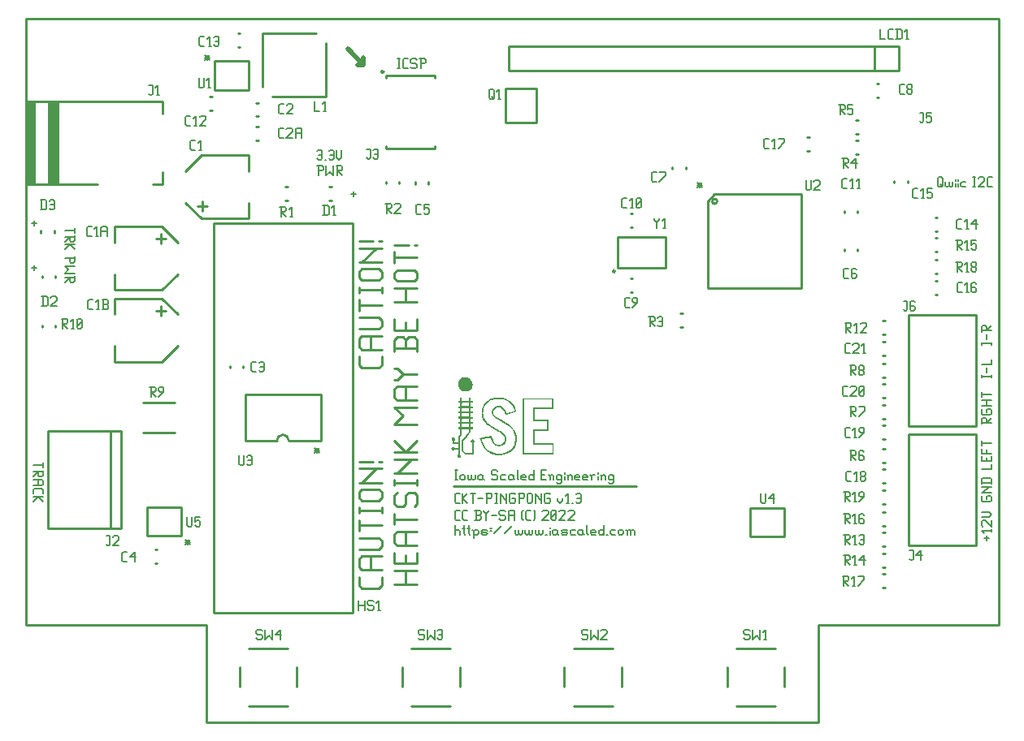
<source format=gbr>
G04 start of page 8 for group -4079 idx -4079 *
G04 Title: (unknown), topsilk *
G04 Creator: pcb 4.0.2 *
G04 CreationDate: Fri Feb  3 04:42:44 2023 UTC *
G04 For: ndholmes *
G04 Format: Gerber/RS-274X *
G04 PCB-Dimensions (mil): 4000.00 2900.00 *
G04 PCB-Coordinate-Origin: lower left *
%MOIN*%
%FSLAX25Y25*%
%LNTOPSILK*%
%ADD80C,0.0093*%
%ADD79C,0.0080*%
%ADD78C,0.0200*%
%ADD77C,0.0100*%
%ADD76C,0.0001*%
G54D76*G36*
X178043Y109209D02*X177647Y109480D01*
X177511Y109925D01*
X177565Y110240D01*
X177761Y110490D01*
X177891Y110604D01*
Y112486D01*
X177218D01*
X176741Y112481D01*
X176545Y112464D01*
X176453Y112340D01*
X176100Y112117D01*
X175672D01*
X175373Y112307D01*
X175189Y112600D01*
X175162Y112931D01*
X175270Y113224D01*
X175487Y113446D01*
X175802Y113566D01*
X176182Y113512D01*
X176491Y113273D01*
X176556Y113175D01*
X177224D01*
X177891Y113170D01*
Y114667D01*
X175558D01*
Y115400D01*
X175553Y116127D01*
X175455Y116197D01*
X175287Y116376D01*
X175178Y116593D01*
X175189Y117027D01*
X175373Y117315D01*
X175661Y117494D01*
X175997Y117526D01*
X176290Y117423D01*
X176513Y117201D01*
X176632Y116881D01*
X176578Y116506D01*
X176339Y116197D01*
X176242Y116127D01*
Y115351D01*
X177891D01*
Y117656D01*
X178357Y118248D01*
X178829Y118839D01*
Y120906D01*
X177918D01*
Y121693D01*
X182302D01*
Y123066D01*
X179486D01*
Y121693D01*
X178829D01*
Y123066D01*
X177918D01*
Y123825D01*
X178819D01*
Y125192D01*
X179502Y125219D01*
X179497Y124557D01*
X179491Y124086D01*
X179502Y123868D01*
X179567Y123858D01*
X179790Y123847D01*
X180224Y123841D01*
X180907Y123836D01*
X182302D01*
Y125219D01*
X179502D01*
X178819Y125192D01*
X177918D01*
Y125952D01*
X178829D01*
X179486Y125979D01*
X182302D01*
Y127352D01*
X179486D01*
Y125979D01*
X178829Y125952D01*
Y127324D01*
X177918D01*
Y128084D01*
X178819D01*
X178829Y129462D01*
X179486Y129505D01*
Y128827D01*
X179491Y128344D01*
X179508Y128127D01*
X179920Y128117D01*
X180907Y128111D01*
X182291D01*
X182296Y128800D01*
Y128816D01*
X182307Y129505D01*
X179486D01*
X178829Y129462D01*
X177918D01*
Y130222D01*
X178819D01*
Y131594D01*
X179502Y131648D01*
X179497Y130992D01*
X179491Y130515D01*
X179502Y130297D01*
X179567Y130287D01*
X179790Y130276D01*
X180224Y130270D01*
X180907Y130265D01*
X182307D01*
X182296Y130959D01*
X182291Y131648D01*
X179502D01*
X178819Y131594D01*
X177918D01*
Y132354D01*
X178829D01*
Y133596D01*
X179486D01*
Y132354D01*
X182302D01*
Y133596D01*
X182991D01*
Y132354D01*
X183902D01*
Y131594D01*
X182991D01*
Y130194D01*
X183902D01*
Y129435D01*
X182991D01*
Y128041D01*
X183902D01*
Y127281D01*
X182991D01*
Y125908D01*
X183902D01*
Y125149D01*
X182991D01*
Y123755D01*
X183902D01*
Y122995D01*
X182991D01*
Y121622D01*
X183902D01*
Y120836D01*
X182991D01*
X182985Y120250D01*
Y119658D01*
X181569Y117868D01*
X180148Y116083D01*
Y112074D01*
X181124Y111097D01*
X183544D01*
Y113219D01*
X183539Y114043D01*
Y114716D01*
X183533Y115172D01*
X183528Y115334D01*
X183403Y115427D01*
X183159Y115893D01*
X183294Y116409D01*
X183870Y116718D01*
X184472Y116447D01*
X184629Y115882D01*
X184331Y115372D01*
X184233Y115302D01*
Y110414D01*
X180842D01*
X179486Y111770D01*
Y116344D01*
X180896Y118123D01*
X182302Y119903D01*
Y120841D01*
X179486D01*
Y118503D01*
X178574Y117353D01*
Y110522D01*
X178640Y110490D01*
X178819Y110321D01*
X178949Y110088D01*
X178916Y109573D01*
X178569Y109193D01*
X178303Y109133D01*
X178043Y109144D01*
Y109209D01*
G37*
G36*
X193885Y110229D02*X192067Y110571D01*
X190483Y111293D01*
X189376Y112171D01*
X188432Y113278D01*
X187570Y114841D01*
X186924Y116696D01*
X186826Y117065D01*
X189246Y117581D01*
X190179Y117781D01*
X190955Y117944D01*
X191481Y118047D01*
X191682Y118080D01*
X191736Y117868D01*
X191785Y117618D01*
X191867Y117282D01*
X192230Y116257D01*
X192745Y115432D01*
X193391Y114824D01*
X194162Y114461D01*
X194400Y114418D01*
X194796Y114401D01*
X195187Y114418D01*
X195442Y114461D01*
X196462Y115047D01*
X197021Y116083D01*
X197075Y116712D01*
X197021Y117309D01*
X197623Y117483D01*
X197661Y116067D01*
X197303Y115117D01*
X196673Y114385D01*
X195816Y113924D01*
X194780Y113756D01*
X193451Y114059D01*
X192382Y114884D01*
X191590Y116127D01*
X191389Y116653D01*
X191243Y117157D01*
X191194Y117326D01*
X191145Y117342D01*
X190993Y117315D01*
X190635Y117239D01*
X190109Y117125D01*
X189479Y116989D01*
X188329Y116745D01*
X187792Y116626D01*
X187629Y116577D01*
Y116544D01*
X187678Y116360D01*
X187803Y115991D01*
X187949Y115584D01*
X188074Y115258D01*
X189072Y113479D01*
X190358Y112150D01*
X191932Y111282D01*
X193803Y110864D01*
X194199Y110853D01*
X194747D01*
X195295Y110869D01*
X195718Y110902D01*
X197048Y111157D01*
X198209Y111591D01*
X199109Y112123D01*
X199863Y112779D01*
X200466Y113560D01*
X200932Y114466D01*
X201160Y115161D01*
X201317Y115947D01*
X201366Y116902D01*
X201317Y117836D01*
X201090Y118823D01*
X200732Y119713D01*
X200211Y120532D01*
X199527Y121313D01*
X198827Y121959D01*
X198019Y122556D01*
X196945Y123217D01*
X195453Y124047D01*
X194308Y124682D01*
X193516Y125160D01*
X192963Y125561D01*
X192534Y125963D01*
X191986Y126749D01*
X191818Y127617D01*
X191964Y128659D01*
X192398Y129473D01*
X193103Y130037D01*
X194058Y130319D01*
X194639Y130336D01*
X195214Y130270D01*
X195984Y129977D01*
X196652Y129451D01*
X197227Y128686D01*
X197721Y127666D01*
X197807Y127466D01*
X197867Y127422D01*
X198030Y127471D01*
X198409Y127574D01*
X198919Y127726D01*
X199505Y127894D01*
X200081Y128062D01*
X200580Y128214D01*
X200938Y128317D01*
X201079Y128361D01*
X201052Y128485D01*
X200965Y128762D01*
X200840Y129104D01*
X200721Y129419D01*
X200043Y130634D01*
X199153Y131638D01*
X198079Y132413D01*
X196825Y132940D01*
X195068Y133243D01*
X193147Y133157D01*
X191400Y132696D01*
X190000Y131860D01*
X189300Y131133D01*
X188758Y130249D01*
X188389Y129223D01*
X188188Y128073D01*
X188161Y127297D01*
X188199Y126587D01*
X188438Y125605D01*
X188877Y124699D01*
X189517Y123858D01*
X190380Y123066D01*
X190922Y122659D01*
X191552Y122246D01*
X192355Y121769D01*
X193440Y121161D01*
X194167Y120760D01*
X194709Y120451D01*
X195133Y120196D01*
X195507Y119957D01*
X196939Y118747D01*
X197623Y117483D01*
X197021Y117309D01*
X196424Y118378D01*
X195165Y119425D01*
X194802Y119658D01*
X194395Y119903D01*
X193879Y120196D01*
X193185Y120575D01*
X191807Y121351D01*
X190792Y121980D01*
X190017Y122545D01*
X189360Y123125D01*
X188611Y123966D01*
X188074Y124850D01*
X187656Y126033D01*
X187526Y127346D01*
X187618Y128632D01*
X187911Y129831D01*
X188671Y131355D01*
X189832Y132538D01*
X191362Y133363D01*
X193234Y133802D01*
X194693Y133884D01*
X196077Y133759D01*
X197352Y133433D01*
X198491Y132907D01*
X199630Y132061D01*
X200569Y130976D01*
X201296Y129674D01*
X201789Y128171D01*
X201849Y127916D01*
X199647Y127276D01*
X198784Y127032D01*
X198079Y126831D01*
X197601Y126701D01*
X197422Y126657D01*
X197346Y126858D01*
X197118Y127460D01*
X196858Y128035D01*
X196098Y129104D01*
X195149Y129636D01*
X194514Y129701D01*
X193863Y129652D01*
X193006Y129180D01*
X192669Y128719D01*
X192485Y128122D01*
X192447Y127639D01*
X192485Y127227D01*
X192832Y126576D01*
X193559Y125908D01*
X193912Y125664D01*
X194351Y125388D01*
X194926Y125062D01*
X195697Y124639D01*
X196565Y124167D01*
X197248Y123782D01*
X197807Y123451D01*
X198285Y123142D01*
X199511Y122214D01*
X200477Y121226D01*
X201204Y120174D01*
X201692Y119034D01*
X201968Y117662D01*
X201974Y116230D01*
X201719Y114830D01*
X201209Y113566D01*
X200412Y112448D01*
X199370Y111537D01*
X198100Y110859D01*
X196635Y110414D01*
X195257Y110240D01*
X193885Y110235D01*
Y110229D01*
G37*
G36*
X204470Y122035D02*X205110Y122040D01*
X205104Y111141D01*
X216530D01*
Y114298D01*
X208756D01*
Y120819D01*
X214441D01*
Y123988D01*
X208756D01*
Y129771D01*
X216216D01*
Y132940D01*
X205121D01*
X205110Y122040D01*
X204470Y122035D01*
Y133564D01*
X216850D01*
Y129153D01*
X209390D01*
Y124633D01*
X215071D01*
Y120223D01*
X209407D01*
X209396Y117591D01*
X209390Y114960D01*
X217154D01*
Y110522D01*
X204470D01*
Y122035D01*
G37*
G36*
X180441Y136282D02*X179556Y136569D01*
X178791Y137128D01*
X178243Y137860D01*
X177956Y138723D01*
X177918Y139363D01*
X177999Y139982D01*
X178309Y140747D01*
X178829Y141398D01*
X179676Y141973D01*
X180647Y142216D01*
X181656Y142129D01*
X182600Y141702D01*
X183153Y141197D01*
X183577Y140579D01*
X183810Y139895D01*
X183880Y139168D01*
X183772Y138441D01*
X183506Y137768D01*
X183099Y137220D01*
X182584Y136775D01*
X181982Y136455D01*
X181331Y136282D01*
X180880Y136260D01*
X180441Y136282D01*
G37*
G54D77*X399500Y40500D02*Y289500D01*
X325500Y500D02*Y40500D01*
X399500D01*
X500Y289500D02*Y40500D01*
X399500Y289500D02*X500D01*
Y40500D02*X74500D01*
G54D78*X139000Y270500D02*Y273500D01*
Y270500D02*X136500D01*
G54D77*X74500Y40500D02*Y500D01*
X325500D01*
X176000Y97500D02*X251000D01*
G54D78*X132500Y277000D02*X139000Y270500D01*
G54D79*X153000Y273000D02*X154000D01*
X153500D02*Y269000D01*
X153000D02*X154000D01*
X155700D02*X157200D01*
X155200Y269500D02*X155700Y269000D01*
X155200Y272500D02*Y269500D01*
Y272500D02*X155700Y273000D01*
X157200D01*
X160400D02*X160900Y272500D01*
X158900Y273000D02*X160400D01*
X158400Y272500D02*X158900Y273000D01*
X158400Y272500D02*Y271500D01*
X158900Y271000D01*
X160400D01*
X160900Y270500D01*
Y269500D01*
X160400Y269000D02*X160900Y269500D01*
X158900Y269000D02*X160400D01*
X158400Y269500D02*X158900Y269000D01*
X162600Y273000D02*Y269000D01*
X162100Y273000D02*X164100D01*
X164600Y272500D01*
Y271500D01*
X164100Y271000D02*X164600Y271500D01*
X162600Y271000D02*X164100D01*
X120000Y235000D02*X120500Y235500D01*
X121500D01*
X122000Y235000D01*
Y232000D01*
X121500Y231500D02*X122000Y232000D01*
X120500Y231500D02*X121500D01*
X120000Y232000D02*X120500Y231500D01*
Y233500D02*X122000D01*
X123200Y231500D02*X123700D01*
X124900Y235000D02*X125400Y235500D01*
X126400D01*
X126900Y235000D01*
Y232000D01*
X126400Y231500D02*X126900Y232000D01*
X125400Y231500D02*X126400D01*
X124900Y232000D02*X125400Y231500D01*
Y233500D02*X126900D01*
X128100Y235500D02*Y232500D01*
X129100Y231500D01*
X130100Y232500D01*
Y235500D02*Y232500D01*
X120500Y229000D02*Y225000D01*
X120000Y229000D02*X122000D01*
X122500Y228500D01*
Y227500D01*
X122000Y227000D02*X122500Y227500D01*
X120500Y227000D02*X122000D01*
X123700Y229000D02*Y225000D01*
X125200Y226500D01*
X126700Y225000D01*
Y229000D02*Y225000D01*
X127900Y229000D02*X129900D01*
X130400Y228500D01*
Y227500D01*
X129900Y227000D02*X130400Y227500D01*
X128400Y227000D02*X129900D01*
X128400Y229000D02*Y225000D01*
Y227000D02*X130400Y225000D01*
X134000Y217500D02*X136000D01*
X135000Y218500D02*Y216500D01*
X74000Y274500D02*X76000Y272500D01*
X74000D02*X76000Y274500D01*
X74000Y273500D02*X76000D01*
X75000Y274500D02*Y272500D01*
X176500Y104000D02*X177500D01*
X177000D02*Y100000D01*
X176500D02*X177500D01*
X178700Y101500D02*Y100500D01*
Y101500D02*X179200Y102000D01*
X180200D01*
X180700Y101500D01*
Y100500D01*
X180200Y100000D02*X180700Y100500D01*
X179200Y100000D02*X180200D01*
X178700Y100500D02*X179200Y100000D01*
X181900Y102000D02*Y100500D01*
X182400Y100000D01*
X182900D01*
X183400Y100500D01*
Y102000D02*Y100500D01*
X183900Y100000D01*
X184400D01*
X184900Y100500D01*
Y102000D02*Y100500D01*
X187600Y102000D02*X188100Y101500D01*
X186600Y102000D02*X187600D01*
X186100Y101500D02*X186600Y102000D01*
X186100Y101500D02*Y100500D01*
X186600Y100000D01*
X188100Y102000D02*Y100500D01*
X188600Y100000D01*
X186600D02*X187600D01*
X188100Y100500D01*
X193600Y104000D02*X194100Y103500D01*
X192100Y104000D02*X193600D01*
X191600Y103500D02*X192100Y104000D01*
X191600Y103500D02*Y102500D01*
X192100Y102000D01*
X193600D01*
X194100Y101500D01*
Y100500D01*
X193600Y100000D02*X194100Y100500D01*
X192100Y100000D02*X193600D01*
X191600Y100500D02*X192100Y100000D01*
X195800Y102000D02*X197300D01*
X195300Y101500D02*X195800Y102000D01*
X195300Y101500D02*Y100500D01*
X195800Y100000D01*
X197300D01*
X200000Y102000D02*X200500Y101500D01*
X199000Y102000D02*X200000D01*
X198500Y101500D02*X199000Y102000D01*
X198500Y101500D02*Y100500D01*
X199000Y100000D01*
X200500Y102000D02*Y100500D01*
X201000Y100000D01*
X199000D02*X200000D01*
X200500Y100500D01*
X202200Y104000D02*Y100500D01*
X202700Y100000D01*
X204200D02*X205700D01*
X203700Y100500D02*X204200Y100000D01*
X203700Y101500D02*Y100500D01*
Y101500D02*X204200Y102000D01*
X205200D01*
X205700Y101500D01*
X203700Y101000D02*X205700D01*
Y101500D02*Y101000D01*
X208900Y104000D02*Y100000D01*
X208400D02*X208900Y100500D01*
X207400Y100000D02*X208400D01*
X206900Y100500D02*X207400Y100000D01*
X206900Y101500D02*Y100500D01*
Y101500D02*X207400Y102000D01*
X208400D01*
X208900Y101500D01*
X211900Y102000D02*X213400D01*
X211900Y100000D02*X213900D01*
X211900Y104000D02*Y100000D01*
Y104000D02*X213900D01*
X215600Y101500D02*Y100000D01*
Y101500D02*X216100Y102000D01*
X216600D01*
X217100Y101500D01*
Y100000D01*
X215100Y102000D02*X215600Y101500D01*
X219800Y102000D02*X220300Y101500D01*
X218800Y102000D02*X219800D01*
X218300Y101500D02*X218800Y102000D01*
X218300Y101500D02*Y100500D01*
X218800Y100000D01*
X219800D01*
X220300Y100500D01*
X218300Y99000D02*X218800Y98500D01*
X219800D01*
X220300Y99000D01*
Y102000D02*Y99000D01*
X221500Y103000D02*Y102500D01*
Y101500D02*Y100000D01*
X223000Y101500D02*Y100000D01*
Y101500D02*X223500Y102000D01*
X224000D01*
X224500Y101500D01*
Y100000D01*
X222500Y102000D02*X223000Y101500D01*
X226200Y100000D02*X227700D01*
X225700Y100500D02*X226200Y100000D01*
X225700Y101500D02*Y100500D01*
Y101500D02*X226200Y102000D01*
X227200D01*
X227700Y101500D01*
X225700Y101000D02*X227700D01*
Y101500D02*Y101000D01*
X229400Y100000D02*X230900D01*
X228900Y100500D02*X229400Y100000D01*
X228900Y101500D02*Y100500D01*
Y101500D02*X229400Y102000D01*
X230400D01*
X230900Y101500D01*
X228900Y101000D02*X230900D01*
Y101500D02*Y101000D01*
X232600Y101500D02*Y100000D01*
Y101500D02*X233100Y102000D01*
X234100D01*
X232100D02*X232600Y101500D01*
X235300Y103000D02*Y102500D01*
Y101500D02*Y100000D01*
X236800Y101500D02*Y100000D01*
Y101500D02*X237300Y102000D01*
X237800D01*
X238300Y101500D01*
Y100000D01*
X236300Y102000D02*X236800Y101500D01*
X241000Y102000D02*X241500Y101500D01*
X240000Y102000D02*X241000D01*
X239500Y101500D02*X240000Y102000D01*
X239500Y101500D02*Y100500D01*
X240000Y100000D01*
X241000D01*
X241500Y100500D01*
X239500Y99000D02*X240000Y98500D01*
X241000D01*
X241500Y99000D01*
Y102000D02*Y99000D01*
X177000Y83500D02*X178500D01*
X176500Y84000D02*X177000Y83500D01*
X176500Y87000D02*Y84000D01*
Y87000D02*X177000Y87500D01*
X178500D01*
X180200Y83500D02*X181700D01*
X179700Y84000D02*X180200Y83500D01*
X179700Y87000D02*Y84000D01*
Y87000D02*X180200Y87500D01*
X181700D01*
X184700Y83500D02*X186700D01*
X187200Y84000D01*
Y85000D02*Y84000D01*
X186700Y85500D02*X187200Y85000D01*
X185200Y85500D02*X186700D01*
X185200Y87500D02*Y83500D01*
X184700Y87500D02*X186700D01*
X187200Y87000D01*
Y86000D01*
X186700Y85500D02*X187200Y86000D01*
X188400Y87500D02*Y87000D01*
X189400Y86000D01*
X190400Y87000D01*
Y87500D02*Y87000D01*
X189400Y86000D02*Y83500D01*
X191600Y85500D02*X193600D01*
X196800Y87500D02*X197300Y87000D01*
X195300Y87500D02*X196800D01*
X194800Y87000D02*X195300Y87500D01*
X194800Y87000D02*Y86000D01*
X195300Y85500D01*
X196800D01*
X197300Y85000D01*
Y84000D01*
X196800Y83500D02*X197300Y84000D01*
X195300Y83500D02*X196800D01*
X194800Y84000D02*X195300Y83500D01*
X198500Y87000D02*Y83500D01*
Y87000D02*X199000Y87500D01*
X200500D01*
X201000Y87000D01*
Y83500D01*
X198500Y85500D02*X201000D01*
X204000Y84000D02*X204500Y83500D01*
X204000Y87000D02*X204500Y87500D01*
X204000Y87000D02*Y84000D01*
X206200Y83500D02*X207700D01*
X205700Y84000D02*X206200Y83500D01*
X205700Y87000D02*Y84000D01*
Y87000D02*X206200Y87500D01*
X207700D01*
X208900D02*X209400Y87000D01*
Y84000D01*
X208900Y83500D02*X209400Y84000D01*
X212400Y87000D02*X212900Y87500D01*
X214400D01*
X214900Y87000D01*
Y86000D01*
X212400Y83500D02*X214900Y86000D01*
X212400Y83500D02*X214900D01*
X216100Y84000D02*X216600Y83500D01*
X216100Y87000D02*Y84000D01*
Y87000D02*X216600Y87500D01*
X217600D01*
X218100Y87000D01*
Y84000D01*
X217600Y83500D02*X218100Y84000D01*
X216600Y83500D02*X217600D01*
X216100Y84500D02*X218100Y86500D01*
X219300Y87000D02*X219800Y87500D01*
X221300D01*
X221800Y87000D01*
Y86000D01*
X219300Y83500D02*X221800Y86000D01*
X219300Y83500D02*X221800D01*
X223000Y87000D02*X223500Y87500D01*
X225000D01*
X225500Y87000D01*
Y86000D01*
X223000Y83500D02*X225500Y86000D01*
X223000Y83500D02*X225500D01*
G54D80*X146600Y60140D02*Y56660D01*
X145440Y55500D02*X146600Y56660D01*
X138480Y55500D02*X145440D01*
X138480D02*X137320Y56660D01*
Y60140D02*Y56660D01*
X138480Y62924D02*X146600D01*
X138480D02*X137320Y64084D01*
Y67564D02*Y64084D01*
Y67564D02*X138480Y68724D01*
X146600D01*
X141960D02*Y62924D01*
X137320Y71508D02*X145440D01*
X146600Y72668D01*
Y74988D02*Y72668D01*
Y74988D02*X145440Y76148D01*
X137320D02*X145440D01*
X137320Y83572D02*Y78932D01*
Y81252D02*X146600D01*
X137320Y88676D02*Y86356D01*
Y87516D02*X146600D01*
Y88676D02*Y86356D01*
X138480Y91460D02*X145440D01*
X138480D02*X137320Y92620D01*
Y94940D02*Y92620D01*
Y94940D02*X138480Y96100D01*
X145440D01*
X146600Y94940D02*X145440Y96100D01*
X146600Y94940D02*Y92620D01*
X145440Y91460D02*X146600Y92620D01*
X137320Y98884D02*X146600D01*
X137320D02*X138480D01*
X144280Y104684D01*
X137320D02*X146600D01*
X145440Y107468D02*X146600D01*
X137320D02*X143120D01*
G54D79*X177000Y90500D02*X178500D01*
X176500Y91000D02*X177000Y90500D01*
X176500Y94000D02*Y91000D01*
Y94000D02*X177000Y94500D01*
X178500D01*
X179700D02*Y90500D01*
Y92500D02*X181700Y94500D01*
X179700Y92500D02*X181700Y90500D01*
X182900Y94500D02*X184900D01*
X183900D02*Y90500D01*
X186100Y92500D02*X188100D01*
X189800Y94500D02*Y90500D01*
X189300Y94500D02*X191300D01*
X191800Y94000D01*
Y93000D01*
X191300Y92500D02*X191800Y93000D01*
X189800Y92500D02*X191300D01*
X193000Y94500D02*X194000D01*
X193500D02*Y90500D01*
X193000D02*X194000D01*
X195200Y94500D02*Y90500D01*
Y94500D02*Y94000D01*
X197700Y91500D01*
Y94500D02*Y90500D01*
X200900Y94500D02*X201400Y94000D01*
X199400Y94500D02*X200900D01*
X198900Y94000D02*X199400Y94500D01*
X198900Y94000D02*Y91000D01*
X199400Y90500D01*
X200900D01*
X201400Y91000D01*
Y92000D02*Y91000D01*
X200900Y92500D02*X201400Y92000D01*
X199900Y92500D02*X200900D01*
X203100Y94500D02*Y90500D01*
X202600Y94500D02*X204600D01*
X205100Y94000D01*
Y93000D01*
X204600Y92500D02*X205100Y93000D01*
X203100Y92500D02*X204600D01*
X206300Y94000D02*Y91000D01*
Y94000D02*X206800Y94500D01*
X207800D01*
X208300Y94000D01*
Y91000D01*
X207800Y90500D02*X208300Y91000D01*
X206800Y90500D02*X207800D01*
X206300Y91000D02*X206800Y90500D01*
X209500Y94500D02*Y90500D01*
Y94500D02*Y94000D01*
X212000Y91500D01*
Y94500D02*Y90500D01*
X215200Y94500D02*X215700Y94000D01*
X213700Y94500D02*X215200D01*
X213200Y94000D02*X213700Y94500D01*
X213200Y94000D02*Y91000D01*
X213700Y90500D01*
X215200D01*
X215700Y91000D01*
Y92000D02*Y91000D01*
X215200Y92500D02*X215700Y92000D01*
X214200Y92500D02*X215200D01*
X218700D02*Y91500D01*
X219700Y90500D01*
X220700Y91500D01*
Y92500D02*Y91500D01*
X222400Y90500D02*X223400D01*
X222900Y94500D02*Y90500D01*
X221900Y93500D02*X222900Y94500D01*
X224600Y90500D02*X225100D01*
X226300Y94000D02*X226800Y94500D01*
X227800D01*
X228300Y94000D01*
Y91000D01*
X227800Y90500D02*X228300Y91000D01*
X226800Y90500D02*X227800D01*
X226300Y91000D02*X226800Y90500D01*
Y92500D02*X228300D01*
X7500Y107000D02*Y105000D01*
X3500Y106000D02*X7500D01*
Y103800D02*Y101800D01*
X7000Y101300D01*
X6000D02*X7000D01*
X5500Y101800D02*X6000Y101300D01*
X5500Y103300D02*Y101800D01*
X3500Y103300D02*X7500D01*
X5500D02*X3500Y101300D01*
Y100100D02*X7000D01*
X7500Y99600D01*
Y98100D01*
X7000Y97600D01*
X3500D02*X7000D01*
X5500Y100100D02*Y97600D01*
X3500Y95900D02*Y94400D01*
X4000Y96400D02*X3500Y95900D01*
X4000Y96400D02*X7000D01*
X7500Y95900D01*
Y94400D01*
X3500Y93200D02*X7500D01*
X5500D02*X7500Y91200D01*
X5500Y93200D02*X3500Y91200D01*
X119000Y113000D02*X121000Y111000D01*
X119000D02*X121000Y113000D01*
X119000Y112000D02*X121000D01*
X120000Y113000D02*Y111000D01*
G54D80*X146600Y150640D02*Y147160D01*
X145440Y146000D02*X146600Y147160D01*
X138480Y146000D02*X145440D01*
X138480D02*X137320Y147160D01*
Y150640D02*Y147160D01*
X138480Y153424D02*X146600D01*
X138480D02*X137320Y154584D01*
Y158064D02*Y154584D01*
Y158064D02*X138480Y159224D01*
X146600D01*
X141960D02*Y153424D01*
X137320Y162008D02*X145440D01*
X146600Y163168D01*
Y165488D02*Y163168D01*
Y165488D02*X145440Y166648D01*
X137320D02*X145440D01*
X137320Y174072D02*Y169432D01*
Y171752D02*X146600D01*
X137320Y179176D02*Y176856D01*
Y178016D02*X146600D01*
Y179176D02*Y176856D01*
X138480Y181960D02*X145440D01*
X138480D02*X137320Y183120D01*
Y185440D02*Y183120D01*
Y185440D02*X138480Y186600D01*
X145440D01*
X146600Y185440D02*X145440Y186600D01*
X146600Y185440D02*Y183120D01*
X145440Y181960D02*X146600Y183120D01*
X137320Y189384D02*X146600D01*
X137320D02*X138480D01*
X144280Y195184D01*
X137320D02*X146600D01*
X145440Y197968D02*X146600D01*
X137320D02*X143120D01*
G54D79*X3000Y187000D02*X5000D01*
X4000Y188000D02*Y186000D01*
X66000Y75500D02*X68000Y73500D01*
X66000D02*X68000Y75500D01*
X66000Y74500D02*X68000D01*
X67000Y75500D02*Y73500D01*
G54D80*X151820Y57000D02*X161100D01*
X151820Y62800D02*X161100D01*
X156460D02*Y57000D01*
Y69064D02*Y65584D01*
X161100Y70224D02*Y65584D01*
X151820D02*X161100D01*
X151820Y70224D02*Y65584D01*
X152980Y73008D02*X161100D01*
X152980D02*X151820Y74168D01*
Y77648D02*Y74168D01*
Y77648D02*X152980Y78808D01*
X161100D01*
X156460D02*Y73008D01*
X151820Y86232D02*Y81592D01*
Y83912D02*X161100D01*
X151820Y93656D02*X152980Y94816D01*
X151820Y93656D02*Y90176D01*
X152980Y89016D02*X151820Y90176D01*
X152980Y89016D02*X155300D01*
X156460Y90176D01*
Y93656D02*Y90176D01*
Y93656D02*X157620Y94816D01*
X159940D01*
X161100Y93656D02*X159940Y94816D01*
X161100Y93656D02*Y90176D01*
X159940Y89016D02*X161100Y90176D01*
X151820Y99920D02*Y97600D01*
Y98760D02*X161100D01*
Y99920D02*Y97600D01*
X151820Y102704D02*X161100D01*
X151820D02*X152980D01*
X158780Y108504D01*
X151820D02*X161100D01*
X151820Y111288D02*X161100D01*
X156460D02*X151820Y115928D01*
X156460Y111288D02*X161100Y115928D01*
X151820Y122888D02*X161100D01*
X151820D02*X155300Y126368D01*
X151820Y129848D01*
X161100D01*
X152980Y132632D02*X161100D01*
X152980D02*X151820Y133792D01*
Y137272D02*Y133792D01*
Y137272D02*X152980Y138432D01*
X161100D01*
X156460D02*Y132632D01*
X151820Y141216D02*X152980D01*
X155300Y143536D01*
X152980Y145856D01*
X151820D02*X152980D01*
X155300Y143536D02*X161100D01*
Y157456D02*Y152816D01*
Y157456D02*X159940Y158616D01*
X157620D02*X159940D01*
X156460Y157456D02*X157620Y158616D01*
X156460Y157456D02*Y153976D01*
X151820D02*X161100D01*
X151820Y157456D02*Y152816D01*
Y157456D02*X152980Y158616D01*
X155300D01*
X156460Y157456D02*X155300Y158616D01*
X156460Y164880D02*Y161400D01*
X161100Y166040D02*Y161400D01*
X151820D02*X161100D01*
X151820Y166040D02*Y161400D01*
Y173000D02*X161100D01*
X151820Y178800D02*X161100D01*
X156460D02*Y173000D01*
X152980Y181584D02*X159940D01*
X152980D02*X151820Y182744D01*
Y185064D02*Y182744D01*
Y185064D02*X152980Y186224D01*
X159940D01*
X161100Y185064D02*X159940Y186224D01*
X161100Y185064D02*Y182744D01*
X159940Y181584D02*X161100Y182744D01*
X151820Y193648D02*Y189008D01*
Y191328D02*X161100D01*
X159940Y196432D02*X161100D01*
X151820D02*X157620D01*
G54D79*X20500Y203500D02*Y201500D01*
X16500Y202500D02*X20500D01*
Y200300D02*Y198300D01*
X20000Y197800D01*
X19000D02*X20000D01*
X18500Y198300D02*X19000Y197800D01*
X18500Y199800D02*Y198300D01*
X16500Y199800D02*X20500D01*
X18500D02*X16500Y197800D01*
Y196600D02*X20500D01*
X18500D02*X20500Y194600D01*
X18500Y196600D02*X16500Y194600D01*
Y191100D02*X20500D01*
Y191600D02*Y189600D01*
X20000Y189100D01*
X19000D02*X20000D01*
X18500Y189600D02*X19000Y189100D01*
X18500Y191100D02*Y189600D01*
X16500Y187900D02*X20500D01*
X16500D02*X18000Y186400D01*
X16500Y184900D01*
X20500D01*
Y183700D02*Y181700D01*
X20000Y181200D01*
X19000D02*X20000D01*
X18500Y181700D02*X19000Y181200D01*
X18500Y183200D02*Y181700D01*
X16500Y183200D02*X20500D01*
X18500D02*X16500Y181200D01*
X3000Y205500D02*X5000D01*
X4000Y206500D02*Y204500D01*
X276000Y222000D02*X278000Y220000D01*
X276000D02*X278000Y222000D01*
X276000Y221000D02*X278000D01*
X277000Y222000D02*Y220000D01*
X176500Y81500D02*Y77500D01*
Y79000D02*X177000Y79500D01*
X178000D01*
X178500Y79000D01*
Y77500D01*
X180200Y81500D02*Y78000D01*
X180700Y77500D01*
X179700Y80000D02*X180700D01*
X182200Y81500D02*Y78000D01*
X182700Y77500D01*
X181700Y80000D02*X182700D01*
X184200Y79000D02*Y76000D01*
X183700Y79500D02*X184200Y79000D01*
X184700Y79500D01*
X185700D01*
X186200Y79000D01*
Y78000D01*
X185700Y77500D02*X186200Y78000D01*
X184700Y77500D02*X185700D01*
X184200Y78000D02*X184700Y77500D01*
X187900D02*X189400D01*
X189900Y78000D01*
X189400Y78500D02*X189900Y78000D01*
X187900Y78500D02*X189400D01*
X187400Y79000D02*X187900Y78500D01*
X187400Y79000D02*X187900Y79500D01*
X189400D01*
X189900Y79000D01*
X187400Y78000D02*X187900Y77500D01*
X191100Y80000D02*X191600D01*
X191100Y79000D02*X191600D01*
X192800Y78000D02*X195800Y81000D01*
X197000Y78000D02*X200000Y81000D01*
X201200Y79500D02*Y78000D01*
X201700Y77500D01*
X202200D01*
X202700Y78000D01*
Y79500D02*Y78000D01*
X203200Y77500D01*
X203700D01*
X204200Y78000D01*
Y79500D02*Y78000D01*
X205400Y79500D02*Y78000D01*
X205900Y77500D01*
X206400D01*
X206900Y78000D01*
Y79500D02*Y78000D01*
X207400Y77500D01*
X207900D01*
X208400Y78000D01*
Y79500D02*Y78000D01*
X209600Y79500D02*Y78000D01*
X210100Y77500D01*
X210600D01*
X211100Y78000D01*
Y79500D02*Y78000D01*
X211600Y77500D01*
X212100D01*
X212600Y78000D01*
Y79500D02*Y78000D01*
X213800Y77500D02*X214300D01*
X215500Y80500D02*Y80000D01*
Y79000D02*Y77500D01*
X218000Y79500D02*X218500Y79000D01*
X217000Y79500D02*X218000D01*
X216500Y79000D02*X217000Y79500D01*
X216500Y79000D02*Y78000D01*
X217000Y77500D01*
X218500Y79500D02*Y78000D01*
X219000Y77500D01*
X217000D02*X218000D01*
X218500Y78000D01*
X220700Y77500D02*X222200D01*
X222700Y78000D01*
X222200Y78500D02*X222700Y78000D01*
X220700Y78500D02*X222200D01*
X220200Y79000D02*X220700Y78500D01*
X220200Y79000D02*X220700Y79500D01*
X222200D01*
X222700Y79000D01*
X220200Y78000D02*X220700Y77500D01*
X224400Y79500D02*X225900D01*
X223900Y79000D02*X224400Y79500D01*
X223900Y79000D02*Y78000D01*
X224400Y77500D01*
X225900D01*
X228600Y79500D02*X229100Y79000D01*
X227600Y79500D02*X228600D01*
X227100Y79000D02*X227600Y79500D01*
X227100Y79000D02*Y78000D01*
X227600Y77500D01*
X229100Y79500D02*Y78000D01*
X229600Y77500D01*
X227600D02*X228600D01*
X229100Y78000D01*
X230800Y81500D02*Y78000D01*
X231300Y77500D01*
X232800D02*X234300D01*
X232300Y78000D02*X232800Y77500D01*
X232300Y79000D02*Y78000D01*
Y79000D02*X232800Y79500D01*
X233800D01*
X234300Y79000D01*
X232300Y78500D02*X234300D01*
Y79000D02*Y78500D01*
X237500Y81500D02*Y77500D01*
X237000D02*X237500Y78000D01*
X236000Y77500D02*X237000D01*
X235500Y78000D02*X236000Y77500D01*
X235500Y79000D02*Y78000D01*
Y79000D02*X236000Y79500D01*
X237000D01*
X237500Y79000D01*
X238700Y77500D02*X239200D01*
X240900Y79500D02*X242400D01*
X240400Y79000D02*X240900Y79500D01*
X240400Y79000D02*Y78000D01*
X240900Y77500D01*
X242400D01*
X243600Y79000D02*Y78000D01*
Y79000D02*X244100Y79500D01*
X245100D01*
X245600Y79000D01*
Y78000D01*
X245100Y77500D02*X245600Y78000D01*
X244100Y77500D02*X245100D01*
X243600Y78000D02*X244100Y77500D01*
X247300Y79000D02*Y77500D01*
Y79000D02*X247800Y79500D01*
X248300D01*
X248800Y79000D01*
Y77500D01*
Y79000D02*X249300Y79500D01*
X249800D01*
X250300Y79000D01*
Y77500D01*
X246800Y79500D02*X247300Y79000D01*
X374600Y223800D02*Y220800D01*
Y223800D02*X375100Y224300D01*
X376100D01*
X376600Y223800D01*
Y220800D01*
X376100Y220300D02*X376600Y220800D01*
X375100Y220300D02*X376100D01*
X374600Y220800D02*X375100Y220300D01*
X375600Y221300D02*X376600Y220300D01*
X377800Y222300D02*Y220800D01*
X378300Y220300D01*
X378800D01*
X379300Y220800D01*
Y222300D02*Y220800D01*
X379800Y220300D01*
X380300D01*
X380800Y220800D01*
Y222300D02*Y220800D01*
X382000Y223300D02*Y222800D01*
Y221800D02*Y220300D01*
X383000Y223300D02*Y222800D01*
Y221800D02*Y220300D01*
X384500Y222300D02*X386000D01*
X384000Y221800D02*X384500Y222300D01*
X384000Y221800D02*Y220800D01*
X384500Y220300D01*
X386000D01*
X389000Y224300D02*X390000D01*
X389500D02*Y220300D01*
X389000D02*X390000D01*
X391200Y223800D02*X391700Y224300D01*
X393200D01*
X393700Y223800D01*
Y222800D01*
X391200Y220300D02*X393700Y222800D01*
X391200Y220300D02*X393700D01*
X395400D02*X396900D01*
X394900Y220800D02*X395400Y220300D01*
X394900Y223800D02*Y220800D01*
Y223800D02*X395400Y224300D01*
X396900D01*
X394500Y77000D02*Y75000D01*
X393500Y76000D02*X395500D01*
X396500Y79700D02*Y78700D01*
X392500Y79200D02*X396500D01*
X393500Y78200D02*X392500Y79200D01*
X393000Y80900D02*X392500Y81400D01*
Y82900D02*Y81400D01*
Y82900D02*X393000Y83400D01*
X394000D01*
X396500Y80900D02*X394000Y83400D01*
X396500D02*Y80900D01*
X392500Y84600D02*X395500D01*
X396500Y85600D01*
X395500Y86600D01*
X392500D02*X395500D01*
X392500Y93000D02*X393000Y93500D01*
X392500Y93000D02*Y91500D01*
X393000Y91000D02*X392500Y91500D01*
X393000Y91000D02*X396000D01*
X396500Y91500D01*
Y93000D02*Y91500D01*
Y93000D02*X396000Y93500D01*
X395000D02*X396000D01*
X394500Y93000D02*X395000Y93500D01*
X394500Y93000D02*Y92000D01*
X392500Y94700D02*X396500D01*
X392500D02*X393000D01*
X395500Y97200D01*
X392500D02*X396500D01*
X392500Y98900D02*X396500D01*
X392500Y100400D02*X393000Y100900D01*
X396000D01*
X396500Y100400D02*X396000Y100900D01*
X396500Y100400D02*Y98400D01*
X392500Y100400D02*Y98400D01*
Y104500D02*X396500D01*
Y106500D02*Y104500D01*
X394500Y109200D02*Y107700D01*
X396500Y109700D02*Y107700D01*
X392500D02*X396500D01*
X392500Y109700D02*Y107700D01*
Y110900D02*X396500D01*
X392500Y112900D02*Y110900D01*
X394500Y112400D02*Y110900D01*
X392500Y116100D02*Y114100D01*
Y115100D02*X396500D01*
X392500Y125000D02*Y123000D01*
Y125000D02*X393000Y125500D01*
X394000D01*
X394500Y125000D02*X394000Y125500D01*
X394500Y125000D02*Y123500D01*
X392500D02*X396500D01*
X394500D02*X396500Y125500D01*
X392500Y128700D02*X393000Y129200D01*
X392500Y128700D02*Y127200D01*
X393000Y126700D02*X392500Y127200D01*
X393000Y126700D02*X396000D01*
X396500Y127200D01*
Y128700D02*Y127200D01*
Y128700D02*X396000Y129200D01*
X395000D02*X396000D01*
X394500Y128700D02*X395000Y129200D01*
X394500Y128700D02*Y127700D01*
X392500Y130400D02*X396500D01*
X392500Y132900D02*X396500D01*
X394500D02*Y130400D01*
X392500Y136100D02*Y134100D01*
Y135100D02*X396500D01*
X392500Y143000D02*Y142000D01*
Y142500D02*X396500D01*
Y143000D02*Y142000D01*
X394500Y146200D02*Y144200D01*
X392500Y147400D02*X396500D01*
Y149400D02*Y147400D01*
X392500Y156500D02*Y155500D01*
Y156000D02*X396500D01*
Y156500D02*Y155500D01*
X394500Y159700D02*Y157700D01*
X392500Y162900D02*Y160900D01*
Y162900D02*X393000Y163400D01*
X394000D01*
X394500Y162900D02*X394000Y163400D01*
X394500Y162900D02*Y161400D01*
X392500D02*X396500D01*
X394500D02*X396500Y163400D01*
G54D77*X198500Y278000D02*X358500D01*
X198500D02*Y268000D01*
X358500D01*
Y278000D02*Y268000D01*
X348500Y278000D02*Y268000D01*
X358500D01*
X341107Y247755D02*X341893D01*
X341107Y242245D02*X341893D01*
X148360Y266100D02*X168360D01*
X148360Y236100D02*X168360D01*
Y266100D02*Y265100D01*
Y237100D02*Y236100D01*
X148360Y237100D02*Y236100D01*
Y266100D02*Y265100D01*
X146360Y267600D02*G75*G03X146360Y267600I500J0D01*G01*
X197200Y260800D02*Y246900D01*
X210000D01*
Y260800D01*
X197200D01*
X153755Y222393D02*Y221607D01*
X148245Y222393D02*Y221607D01*
X160245Y222350D02*Y221564D01*
X165755Y222350D02*Y221564D01*
X107064Y220255D02*X107850D01*
X107064Y214745D02*X107850D01*
X125107Y220255D02*X125893D01*
X125107Y214745D02*X125893D01*
X373607Y190255D02*X374393D01*
X373607Y184745D02*X374393D01*
X373607Y199255D02*X374393D01*
X373607Y193745D02*X374393D01*
X89755Y146893D02*Y146107D01*
X84245Y146893D02*Y146107D01*
X269107Y162745D02*X269893D01*
X269107Y168255D02*X269893D01*
X341064Y239255D02*X341850D01*
X341064Y233745D02*X341850D01*
X352107Y156755D02*X352893D01*
X352107Y151245D02*X352893D01*
X352107Y165255D02*X352893D01*
X352107Y159745D02*X352893D01*
X352107Y147755D02*X352893D01*
X352107Y142245D02*X352893D01*
X92126Y7189D02*X107874D01*
X88189Y22937D02*Y15063D01*
X92126Y30811D02*X107874D01*
X111811Y22937D02*Y15063D01*
X158826Y7189D02*X174574D01*
X154889Y22937D02*Y15063D01*
X158826Y30811D02*X174574D01*
X178511Y22937D02*Y15063D01*
X53607Y65745D02*X54393D01*
X53607Y71255D02*X54393D01*
X9700Y120000D02*Y80000D01*
X39700Y120000D02*Y80000D01*
X35300Y120000D02*Y80000D01*
X9700Y120000D02*X39700D01*
X9700Y80000D02*X39700D01*
X50400Y88800D02*X64300D01*
X50400D02*Y77000D01*
X64300D01*
Y88800D02*Y77000D01*
X121500Y135000D02*Y116000D01*
X90500Y135000D02*X121500D01*
X90500D02*Y116000D01*
X108500D02*X121500D01*
X90500D02*X103500D01*
X108500D02*G75*G03X103500Y116000I-2500J0D01*G01*
X77500Y205500D02*Y45500D01*
X134500Y205500D02*Y45500D01*
X77500D02*X134500D01*
X77500Y205500D02*X134500D01*
X48500Y119400D02*X61500D01*
X48500Y131600D02*X61500D01*
X349564Y262755D02*X350350D01*
X349564Y257245D02*X350350D01*
X248607Y203745D02*X249393D01*
X248607Y209255D02*X249393D01*
X248521Y182755D02*X249307D01*
X248521Y177245D02*X249307D01*
X283115Y217285D02*X318785D01*
Y178715D01*
X280215D02*X318785D01*
X280215Y214385D02*Y178715D01*
Y214385D02*X283115Y217285D01*
X282115Y214385D02*G75*G03X282115Y214385I1000J0D01*G01*
X243374Y199771D02*Y187173D01*
Y199771D02*X263060D01*
Y187173D01*
X243374D02*X263060D01*
X241874Y185173D02*G75*G03X241874Y185173I0J500D01*G01*
X336245Y194893D02*Y194107D01*
X341755Y194893D02*Y194107D01*
X390173Y167834D02*Y122165D01*
X362614Y167834D02*X390173D01*
X362614D02*Y122165D01*
X390173D01*
X352107Y130755D02*X352893D01*
X352107Y125245D02*X352893D01*
X265745Y228393D02*Y227607D01*
X271255Y228393D02*Y227607D01*
X321107Y240755D02*X321893D01*
X321107Y235245D02*X321893D01*
X341755Y210393D02*Y209607D01*
X336245Y210393D02*Y209607D01*
X373607Y207755D02*X374393D01*
X373607Y202245D02*X374393D01*
X356745Y222893D02*Y222107D01*
X362255Y222893D02*Y222107D01*
X373607Y181755D02*X374393D01*
X373607Y176245D02*X374393D01*
X91992Y213804D02*Y207308D01*
Y233292D02*Y226796D01*
X72504Y233292D02*X91992D01*
X72504Y207308D02*X91992D01*
X72504Y233292D02*X66008Y226796D01*
X72504Y207308D02*X66008Y213804D01*
X73000Y214300D02*Y210300D01*
X71000Y212300D02*X75000D01*
X95107Y249345D02*X95893D01*
X95107Y254855D02*X95893D01*
X76107Y257255D02*X76893D01*
X76107Y251745D02*X76893D01*
X95107Y239445D02*X95893D01*
X95107Y244955D02*X95893D01*
X30000Y221500D02*X500D01*
Y255500D01*
X56500D01*
Y250500D01*
X52500Y221500D02*X56500D01*
Y226500D01*
X500Y221500D02*Y255500D01*
X1000Y221500D02*Y255500D01*
X1500Y221500D02*Y255500D01*
X2000Y221500D02*Y255500D01*
X2500Y221500D02*Y255500D01*
X3000Y221500D02*Y255500D01*
X3500Y221500D02*Y255500D01*
X4000Y221500D02*Y255500D01*
X13500Y221500D02*Y255500D01*
X13000Y221500D02*Y255500D01*
X12500Y221500D02*Y255500D01*
X12000Y221500D02*Y255500D01*
X11500Y221500D02*Y255500D01*
X11000Y221500D02*Y255500D01*
X10500Y221500D02*Y255500D01*
X10000Y221500D02*Y255500D01*
X6745Y202350D02*Y201564D01*
X12255Y202350D02*Y201564D01*
X37008Y174492D02*Y167996D01*
Y155004D02*Y148508D01*
X56496D01*
X37008Y174492D02*X56496D01*
Y148508D02*X62992Y155004D01*
X56496Y174492D02*X62992Y167996D01*
X56000Y171500D02*Y167500D01*
X54000Y169500D02*X58000D01*
X37008Y203992D02*Y197496D01*
Y184504D02*Y178008D01*
X56496D01*
X37008Y203992D02*X56496D01*
Y178008D02*X62992Y184504D01*
X56496Y203992D02*X62992Y197496D01*
X56000Y201000D02*Y197000D01*
X54000Y199000D02*X58000D01*
X7245Y163393D02*Y162607D01*
X12755Y163393D02*Y162607D01*
X7245Y183893D02*Y183107D01*
X12755Y183893D02*Y183107D01*
X78100Y272000D02*X92000D01*
X78100D02*Y260200D01*
X92000D01*
Y272000D02*Y260200D01*
X97550Y283450D02*Y261450D01*
Y283450D02*X119550D01*
X123550Y279450D02*Y257450D01*
X101550D02*X123550D01*
X87607Y283255D02*X88393D01*
X87607Y277745D02*X88393D01*
X225426Y7189D02*X241174D01*
X221489Y22937D02*Y15063D01*
X225426Y30811D02*X241174D01*
X245111Y22937D02*Y15063D01*
X292126Y7189D02*X307874D01*
X288189Y22937D02*Y15063D01*
X292126Y30811D02*X307874D01*
X311811Y22937D02*Y15063D01*
X352107Y55745D02*X352893D01*
X352107Y61255D02*X352893D01*
X352107Y64245D02*X352893D01*
X352107Y69755D02*X352893D01*
X297600Y76600D02*X311500D01*
Y88400D02*Y76600D01*
X297600Y88400D02*X311500D01*
X297600D02*Y76600D01*
X390173Y118834D02*Y73165D01*
X362614Y118834D02*X390173D01*
X362614D02*Y73165D01*
X390173D01*
X352107Y90245D02*X352893D01*
X352107Y95755D02*X352893D01*
X352107Y81245D02*X352893D01*
X352107Y86755D02*X352893D01*
X352107Y72745D02*X352893D01*
X352107Y78255D02*X352893D01*
X352107Y139255D02*X352893D01*
X352107Y133745D02*X352893D01*
X352107Y122255D02*X352893D01*
X352107Y116745D02*X352893D01*
X352107Y104255D02*X352893D01*
X352107Y98745D02*X352893D01*
X352107Y112755D02*X352893D01*
X352107Y107245D02*X352893D01*
G54D79*X359406Y258418D02*X360906D01*
X358906Y258918D02*X359406Y258418D01*
X358906Y261918D02*Y258918D01*
Y261918D02*X359406Y262418D01*
X360906D01*
X362106Y258918D02*X362606Y258418D01*
X362106Y259918D02*Y258918D01*
Y259918D02*X362606Y260418D01*
X363606D01*
X364106Y259918D01*
Y258918D01*
X363606Y258418D02*X364106Y258918D01*
X362606Y258418D02*X363606D01*
X362106Y260918D02*X362606Y260418D01*
X362106Y261918D02*Y260918D01*
Y261918D02*X362606Y262418D01*
X363606D01*
X364106Y261918D01*
Y260918D01*
X363606Y260418D02*X364106Y260918D01*
X303807Y236150D02*X305307D01*
X303307Y236650D02*X303807Y236150D01*
X303307Y239650D02*Y236650D01*
Y239650D02*X303807Y240150D01*
X305307D01*
X307007Y236150D02*X308007D01*
X307507Y240150D02*Y236150D01*
X306507Y239150D02*X307507Y240150D01*
X309207Y236150D02*X311707Y238650D01*
Y240150D02*Y238650D01*
X309207Y240150D02*X311707D01*
X334000Y254000D02*X336000D01*
X336500Y253500D01*
Y252500D01*
X336000Y252000D02*X336500Y252500D01*
X334500Y252000D02*X336000D01*
X334500Y254000D02*Y250000D01*
Y252000D02*X336500Y250000D01*
X337700Y254000D02*X339700D01*
X337700D02*Y252000D01*
X338200Y252500D01*
X339200D01*
X339700Y252000D01*
Y250500D01*
X339200Y250000D02*X339700Y250500D01*
X338200Y250000D02*X339200D01*
X337700Y250500D02*X338200Y250000D01*
X351000Y285000D02*Y281000D01*
X353000D01*
X354700D02*X356200D01*
X354200Y281500D02*X354700Y281000D01*
X354200Y284500D02*Y281500D01*
Y284500D02*X354700Y285000D01*
X356200D01*
X357900D02*Y281000D01*
X359400Y285000D02*X359900Y284500D01*
Y281500D01*
X359400Y281000D02*X359900Y281500D01*
X357400Y281000D02*X359400D01*
X357400Y285000D02*X359400D01*
X361600Y281000D02*X362600D01*
X362100Y285000D02*Y281000D01*
X361100Y284000D02*X362100Y285000D01*
X245500Y211700D02*X247000D01*
X245000Y212200D02*X245500Y211700D01*
X245000Y215200D02*Y212200D01*
Y215200D02*X245500Y215700D01*
X247000D01*
X248700Y211700D02*X249700D01*
X249200Y215700D02*Y211700D01*
X248200Y214700D02*X249200Y215700D01*
X250900Y212200D02*X251400Y211700D01*
X250900Y215200D02*Y212200D01*
Y215200D02*X251400Y215700D01*
X252400D01*
X252900Y215200D01*
Y212200D01*
X252400Y211700D02*X252900Y212200D01*
X251400Y211700D02*X252400D01*
X250900Y212700D02*X252900Y214700D01*
X257714Y222500D02*X259214D01*
X257214Y223000D02*X257714Y222500D01*
X257214Y226000D02*Y223000D01*
Y226000D02*X257714Y226500D01*
X259214D01*
X260414Y222500D02*X262914Y225000D01*
Y226500D02*Y225000D01*
X260414Y226500D02*X262914D01*
X320500Y223000D02*Y219500D01*
X321000Y219000D01*
X322000D01*
X322500Y219500D01*
Y223000D02*Y219500D01*
X323700Y222500D02*X324200Y223000D01*
X325700D01*
X326200Y222500D01*
Y221500D01*
X323700Y219000D02*X326200Y221500D01*
X323700Y219000D02*X326200D01*
X335850Y219650D02*X337350D01*
X335350Y220150D02*X335850Y219650D01*
X335350Y223150D02*Y220150D01*
Y223150D02*X335850Y223650D01*
X337350D01*
X339050Y219650D02*X340050D01*
X339550Y223650D02*Y219650D01*
X338550Y222650D02*X339550Y223650D01*
X341750Y219650D02*X342750D01*
X342250Y223650D02*Y219650D01*
X341250Y222650D02*X342250Y223650D01*
X335457Y232000D02*X337457D01*
X337957Y231500D01*
Y230500D01*
X337457Y230000D02*X337957Y230500D01*
X335957Y230000D02*X337457D01*
X335957Y232000D02*Y228000D01*
Y230000D02*X337957Y228000D01*
X339157Y230000D02*X341157Y232000D01*
X339157Y230000D02*X341657D01*
X341157Y232000D02*Y228000D01*
X97000Y38500D02*X97500Y38000D01*
X95500Y38500D02*X97000D01*
X95000Y38000D02*X95500Y38500D01*
X95000Y38000D02*Y37000D01*
X95500Y36500D01*
X97000D01*
X97500Y36000D01*
Y35000D01*
X97000Y34500D02*X97500Y35000D01*
X95500Y34500D02*X97000D01*
X95000Y35000D02*X95500Y34500D01*
X98700Y38500D02*Y34500D01*
X100200Y36000D01*
X101700Y34500D01*
Y38500D02*Y34500D01*
X102900Y36500D02*X104900Y38500D01*
X102900Y36500D02*X105400D01*
X104900Y38500D02*Y34500D01*
X163500Y38500D02*X164000Y38000D01*
X162000Y38500D02*X163500D01*
X161500Y38000D02*X162000Y38500D01*
X161500Y38000D02*Y37000D01*
X162000Y36500D01*
X163500D01*
X164000Y36000D01*
Y35000D01*
X163500Y34500D02*X164000Y35000D01*
X162000Y34500D02*X163500D01*
X161500Y35000D02*X162000Y34500D01*
X165200Y38500D02*Y34500D01*
X166700Y36000D01*
X168200Y34500D01*
Y38500D02*Y34500D01*
X169400Y38000D02*X169900Y38500D01*
X170900D01*
X171400Y38000D01*
Y35000D01*
X170900Y34500D02*X171400Y35000D01*
X169900Y34500D02*X170900D01*
X169400Y35000D02*X169900Y34500D01*
Y36500D02*X171400D01*
X230500Y38500D02*X231000Y38000D01*
X229000Y38500D02*X230500D01*
X228500Y38000D02*X229000Y38500D01*
X228500Y38000D02*Y37000D01*
X229000Y36500D01*
X230500D01*
X231000Y36000D01*
Y35000D01*
X230500Y34500D02*X231000Y35000D01*
X229000Y34500D02*X230500D01*
X228500Y35000D02*X229000Y34500D01*
X232200Y38500D02*Y34500D01*
X233700Y36000D01*
X235200Y34500D01*
Y38500D02*Y34500D01*
X236400Y38000D02*X236900Y38500D01*
X238400D01*
X238900Y38000D01*
Y37000D01*
X236400Y34500D02*X238900Y37000D01*
X236400Y34500D02*X238900D01*
X40500Y66400D02*X42000D01*
X40000Y66900D02*X40500Y66400D01*
X40000Y69900D02*Y66900D01*
Y69900D02*X40500Y70400D01*
X42000D01*
X43200Y68400D02*X45200Y70400D01*
X43200Y68400D02*X45700D01*
X45200Y70400D02*Y66400D01*
X33500Y77000D02*X35000D01*
Y73500D01*
X34500Y73000D02*X35000Y73500D01*
X34000Y73000D02*X34500D01*
X33500Y73500D02*X34000Y73000D01*
X36200Y76500D02*X36700Y77000D01*
X38200D01*
X38700Y76500D01*
Y75500D01*
X36200Y73000D02*X38700Y75500D01*
X36200Y73000D02*X38700D01*
X88000Y110000D02*Y106500D01*
X88500Y106000D01*
X89500D01*
X90000Y106500D01*
Y110000D02*Y106500D01*
X91200Y109500D02*X91700Y110000D01*
X92700D01*
X93200Y109500D01*
Y106500D01*
X92700Y106000D02*X93200Y106500D01*
X91700Y106000D02*X92700D01*
X91200Y106500D02*X91700Y106000D01*
Y108000D02*X93200D01*
X66800Y84900D02*Y81400D01*
X67300Y80900D01*
X68300D01*
X68800Y81400D01*
Y84900D02*Y81400D01*
X70000Y84900D02*X72000D01*
X70000D02*Y82900D01*
X70500Y83400D01*
X71500D01*
X72000Y82900D01*
Y81400D01*
X71500Y80900D02*X72000Y81400D01*
X70500Y80900D02*X71500D01*
X70000Y81400D02*X70500Y80900D01*
X137000Y50500D02*Y46500D01*
X139500Y50500D02*Y46500D01*
X137000Y48500D02*X139500D01*
X142700Y50500D02*X143200Y50000D01*
X141200Y50500D02*X142700D01*
X140700Y50000D02*X141200Y50500D01*
X140700Y50000D02*Y49000D01*
X141200Y48500D01*
X142700D01*
X143200Y48000D01*
Y47000D01*
X142700Y46500D02*X143200Y47000D01*
X141200Y46500D02*X142700D01*
X140700Y47000D02*X141200Y46500D01*
X144900D02*X145900D01*
X145400Y50500D02*Y46500D01*
X144400Y49500D02*X145400Y50500D01*
X382993Y203050D02*X384493D01*
X382493Y203550D02*X382993Y203050D01*
X382493Y206550D02*Y203550D01*
Y206550D02*X382993Y207050D01*
X384493D01*
X386193Y203050D02*X387193D01*
X386693Y207050D02*Y203050D01*
X385693Y206050D02*X386693Y207050D01*
X388393Y205050D02*X390393Y207050D01*
X388393Y205050D02*X390893D01*
X390393Y207050D02*Y203050D01*
X383000Y177000D02*X384500D01*
X382500Y177500D02*X383000Y177000D01*
X382500Y180500D02*Y177500D01*
Y180500D02*X383000Y181000D01*
X384500D01*
X386200Y177000D02*X387200D01*
X386700Y181000D02*Y177000D01*
X385700Y180000D02*X386700Y181000D01*
X389900D02*X390400Y180500D01*
X388900Y181000D02*X389900D01*
X388400Y180500D02*X388900Y181000D01*
X388400Y180500D02*Y177500D01*
X388900Y177000D01*
X389900Y179000D02*X390400Y178500D01*
X388400Y179000D02*X389900D01*
X388900Y177000D02*X389900D01*
X390400Y177500D01*
Y178500D02*Y177500D01*
X336486Y182800D02*X337986D01*
X335986Y183300D02*X336486Y182800D01*
X335986Y186300D02*Y183300D01*
Y186300D02*X336486Y186800D01*
X337986D01*
X340686D02*X341186Y186300D01*
X339686Y186800D02*X340686D01*
X339186Y186300D02*X339686Y186800D01*
X339186Y186300D02*Y183300D01*
X339686Y182800D01*
X340686Y184800D02*X341186Y184300D01*
X339186Y184800D02*X340686D01*
X339686Y182800D02*X340686D01*
X341186Y183300D01*
Y184300D02*Y183300D01*
X360500Y173500D02*X362000D01*
Y170000D01*
X361500Y169500D02*X362000Y170000D01*
X361000Y169500D02*X361500D01*
X360500Y170000D02*X361000Y169500D01*
X364700Y173500D02*X365200Y173000D01*
X363700Y173500D02*X364700D01*
X363200Y173000D02*X363700Y173500D01*
X363200Y173000D02*Y170000D01*
X363700Y169500D01*
X364700Y171500D02*X365200Y171000D01*
X363200Y171500D02*X364700D01*
X363700Y169500D02*X364700D01*
X365200Y170000D01*
Y171000D02*Y170000D01*
X367200Y250900D02*X368700D01*
Y247400D01*
X368200Y246900D02*X368700Y247400D01*
X367700Y246900D02*X368200D01*
X367200Y247400D02*X367700Y246900D01*
X369900Y250900D02*X371900D01*
X369900D02*Y248900D01*
X370400Y249400D01*
X371400D01*
X371900Y248900D01*
Y247400D01*
X371400Y246900D02*X371900Y247400D01*
X370400Y246900D02*X371400D01*
X369900Y247400D02*X370400Y246900D01*
X364893Y215650D02*X366393D01*
X364393Y216150D02*X364893Y215650D01*
X364393Y219150D02*Y216150D01*
Y219150D02*X364893Y219650D01*
X366393D01*
X368093Y215650D02*X369093D01*
X368593Y219650D02*Y215650D01*
X367593Y218650D02*X368593Y219650D01*
X370293D02*X372293D01*
X370293D02*Y217650D01*
X370793Y218150D01*
X371793D01*
X372293Y217650D01*
Y216150D01*
X371793Y215650D02*X372293Y216150D01*
X370793Y215650D02*X371793D01*
X370293Y216150D02*X370793Y215650D01*
X337000Y152000D02*X338500D01*
X336500Y152500D02*X337000Y152000D01*
X336500Y155500D02*Y152500D01*
Y155500D02*X337000Y156000D01*
X338500D01*
X339700Y155500D02*X340200Y156000D01*
X341700D01*
X342200Y155500D01*
Y154500D01*
X339700Y152000D02*X342200Y154500D01*
X339700Y152000D02*X342200D01*
X343900D02*X344900D01*
X344400Y156000D02*Y152000D01*
X343400Y155000D02*X344400Y156000D01*
X336500Y164500D02*X338500D01*
X339000Y164000D01*
Y163000D01*
X338500Y162500D02*X339000Y163000D01*
X337000Y162500D02*X338500D01*
X337000Y164500D02*Y160500D01*
Y162500D02*X339000Y160500D01*
X340700D02*X341700D01*
X341200Y164500D02*Y160500D01*
X340200Y163500D02*X341200Y164500D01*
X342900Y164000D02*X343400Y164500D01*
X344900D01*
X345400Y164000D01*
Y163000D01*
X342900Y160500D02*X345400Y163000D01*
X342900Y160500D02*X345400D01*
X382000Y189500D02*X384000D01*
X384500Y189000D01*
Y188000D01*
X384000Y187500D02*X384500Y188000D01*
X382500Y187500D02*X384000D01*
X382500Y189500D02*Y185500D01*
Y187500D02*X384500Y185500D01*
X386200D02*X387200D01*
X386700Y189500D02*Y185500D01*
X385700Y188500D02*X386700Y189500D01*
X388400Y186000D02*X388900Y185500D01*
X388400Y187000D02*Y186000D01*
Y187000D02*X388900Y187500D01*
X389900D01*
X390400Y187000D01*
Y186000D01*
X389900Y185500D02*X390400Y186000D01*
X388900Y185500D02*X389900D01*
X388400Y188000D02*X388900Y187500D01*
X388400Y189000D02*Y188000D01*
Y189000D02*X388900Y189500D01*
X389900D01*
X390400Y189000D01*
Y188000D01*
X389900Y187500D02*X390400Y188000D01*
X382000Y198500D02*X384000D01*
X384500Y198000D01*
Y197000D01*
X384000Y196500D02*X384500Y197000D01*
X382500Y196500D02*X384000D01*
X382500Y198500D02*Y194500D01*
Y196500D02*X384500Y194500D01*
X386200D02*X387200D01*
X386700Y198500D02*Y194500D01*
X385700Y197500D02*X386700Y198500D01*
X388400D02*X390400D01*
X388400D02*Y196500D01*
X388900Y197000D01*
X389900D01*
X390400Y196500D01*
Y195000D01*
X389900Y194500D02*X390400Y195000D01*
X388900Y194500D02*X389900D01*
X388400Y195000D02*X388900Y194500D01*
X338500Y130000D02*X340500D01*
X341000Y129500D01*
Y128500D01*
X340500Y128000D02*X341000Y128500D01*
X339000Y128000D02*X340500D01*
X339000Y130000D02*Y126000D01*
Y128000D02*X341000Y126000D01*
X342200D02*X344700Y128500D01*
Y130000D02*Y128500D01*
X342200Y130000D02*X344700D01*
X338500Y112000D02*X340500D01*
X341000Y111500D01*
Y110500D01*
X340500Y110000D02*X341000Y110500D01*
X339000Y110000D02*X340500D01*
X339000Y112000D02*Y108000D01*
Y110000D02*X341000Y108000D01*
X343700Y112000D02*X344200Y111500D01*
X342700Y112000D02*X343700D01*
X342200Y111500D02*X342700Y112000D01*
X342200Y111500D02*Y108500D01*
X342700Y108000D01*
X343700Y110000D02*X344200Y109500D01*
X342200Y110000D02*X343700D01*
X342700Y108000D02*X343700D01*
X344200Y108500D01*
Y109500D02*Y108500D01*
X68500Y235500D02*X70000D01*
X68000Y236000D02*X68500Y235500D01*
X68000Y239000D02*Y236000D01*
Y239000D02*X68500Y239500D01*
X70000D01*
X71700Y235500D02*X72700D01*
X72200Y239500D02*Y235500D01*
X71200Y238500D02*X72200Y239500D01*
X66550Y245507D02*X68050D01*
X66050Y246007D02*X66550Y245507D01*
X66050Y249007D02*Y246007D01*
Y249007D02*X66550Y249507D01*
X68050D01*
X69750Y245507D02*X70750D01*
X70250Y249507D02*Y245507D01*
X69250Y248507D02*X70250Y249507D01*
X71950Y249007D02*X72450Y249507D01*
X73950D01*
X74450Y249007D01*
Y248007D01*
X71950Y245507D02*X74450Y248007D01*
X71950Y245507D02*X74450D01*
X71500Y265000D02*Y261500D01*
X72000Y261000D01*
X73000D01*
X73500Y261500D01*
Y265000D02*Y261500D01*
X75200Y261000D02*X76200D01*
X75700Y265000D02*Y261000D01*
X74700Y264000D02*X75700Y265000D01*
X7000Y214957D02*Y210957D01*
X8500Y214957D02*X9000Y214457D01*
Y211457D01*
X8500Y210957D02*X9000Y211457D01*
X6500Y210957D02*X8500D01*
X6500Y214957D02*X8500D01*
X10200Y214457D02*X10700Y214957D01*
X11700D01*
X12200Y214457D01*
Y211457D01*
X11700Y210957D02*X12200Y211457D01*
X10700Y210957D02*X11700D01*
X10200Y211457D02*X10700Y210957D01*
Y212957D02*X12200D01*
X51000Y262000D02*X52500D01*
Y258500D01*
X52000Y258000D02*X52500Y258500D01*
X51500Y258000D02*X52000D01*
X51000Y258500D02*X51500Y258000D01*
X54200D02*X55200D01*
X54700Y262000D02*Y258000D01*
X53700Y261000D02*X54700Y262000D01*
X72307Y278150D02*X73807D01*
X71807Y278650D02*X72307Y278150D01*
X71807Y281650D02*Y278650D01*
Y281650D02*X72307Y282150D01*
X73807D01*
X75507Y278150D02*X76507D01*
X76007Y282150D02*Y278150D01*
X75007Y281150D02*X76007Y282150D01*
X77707Y281650D02*X78207Y282150D01*
X79207D01*
X79707Y281650D01*
Y278650D01*
X79207Y278150D02*X79707Y278650D01*
X78207Y278150D02*X79207D01*
X77707Y278650D02*X78207Y278150D01*
Y280150D02*X79707D01*
X140400Y235860D02*X141900D01*
Y232360D01*
X141400Y231860D02*X141900Y232360D01*
X140900Y231860D02*X141400D01*
X140400Y232360D02*X140900Y231860D01*
X143100Y235360D02*X143600Y235860D01*
X144600D01*
X145100Y235360D01*
Y232360D01*
X144600Y231860D02*X145100Y232360D01*
X143600Y231860D02*X144600D01*
X143100Y232360D02*X143600Y231860D01*
Y233860D02*X145100D01*
X104914Y250400D02*X106414D01*
X104414Y250900D02*X104914Y250400D01*
X104414Y253900D02*Y250900D01*
Y253900D02*X104914Y254400D01*
X106414D01*
X107614Y253900D02*X108114Y254400D01*
X109614D01*
X110114Y253900D01*
Y252900D01*
X107614Y250400D02*X110114Y252900D01*
X107614Y250400D02*X110114D01*
X104793Y240450D02*X106293D01*
X104293Y240950D02*X104793Y240450D01*
X104293Y243950D02*Y240950D01*
Y243950D02*X104793Y244450D01*
X106293D01*
X107493Y243950D02*X107993Y244450D01*
X109493D01*
X109993Y243950D01*
Y242950D01*
X107493Y240450D02*X109993Y242950D01*
X107493Y240450D02*X109993D01*
X111193Y243950D02*Y240450D01*
Y243950D02*X111693Y244450D01*
X113193D01*
X113693Y243950D01*
Y240450D01*
X111193Y242450D02*X113693D01*
X119050Y255450D02*Y251450D01*
X121050D01*
X122750D02*X123750D01*
X123250Y255450D02*Y251450D01*
X122250Y254450D02*X123250Y255450D01*
X190500Y260000D02*Y257000D01*
Y260000D02*X191000Y260500D01*
X192000D01*
X192500Y260000D01*
Y257000D01*
X192000Y256500D02*X192500Y257000D01*
X191000Y256500D02*X192000D01*
X190500Y257000D02*X191000Y256500D01*
X191500Y257500D02*X192500Y256500D01*
X194200D02*X195200D01*
X194700Y260500D02*Y256500D01*
X193700Y259500D02*X194700Y260500D01*
X26500Y170000D02*X28000D01*
X26000Y170500D02*X26500Y170000D01*
X26000Y173500D02*Y170500D01*
Y173500D02*X26500Y174000D01*
X28000D01*
X29700Y170000D02*X30700D01*
X30200Y174000D02*Y170000D01*
X29200Y173000D02*X30200Y174000D01*
X31900Y170000D02*X33900D01*
X34400Y170500D01*
Y171500D02*Y170500D01*
X33900Y172000D02*X34400Y171500D01*
X32400Y172000D02*X33900D01*
X32400Y174000D02*Y170000D01*
X31900Y174000D02*X33900D01*
X34400Y173500D01*
Y172500D01*
X33900Y172000D02*X34400Y172500D01*
X26000Y200000D02*X27500D01*
X25500Y200500D02*X26000Y200000D01*
X25500Y203500D02*Y200500D01*
Y203500D02*X26000Y204000D01*
X27500D01*
X29200Y200000D02*X30200D01*
X29700Y204000D02*Y200000D01*
X28700Y203000D02*X29700Y204000D01*
X31400Y203500D02*Y200000D01*
Y203500D02*X31900Y204000D01*
X33400D01*
X33900Y203500D01*
Y200000D01*
X31400Y202000D02*X33900D01*
X15264Y166193D02*X17264D01*
X17764Y165693D01*
Y164693D01*
X17264Y164193D02*X17764Y164693D01*
X15764Y164193D02*X17264D01*
X15764Y166193D02*Y162193D01*
Y164193D02*X17764Y162193D01*
X19464D02*X20464D01*
X19964Y166193D02*Y162193D01*
X18964Y165193D02*X19964Y166193D01*
X21664Y162693D02*X22164Y162193D01*
X21664Y165693D02*Y162693D01*
Y165693D02*X22164Y166193D01*
X23164D01*
X23664Y165693D01*
Y162693D01*
X23164Y162193D02*X23664Y162693D01*
X22164Y162193D02*X23164D01*
X21664Y163193D02*X23664Y165193D01*
X7500Y175400D02*Y171400D01*
X9000Y175400D02*X9500Y174900D01*
Y171900D01*
X9000Y171400D02*X9500Y171900D01*
X7000Y171400D02*X9000D01*
X7000Y175400D02*X9000D01*
X10700Y174900D02*X11200Y175400D01*
X12700D01*
X13200Y174900D01*
Y173900D01*
X10700Y171400D02*X13200Y173900D01*
X10700Y171400D02*X13200D01*
X122936Y212650D02*Y208650D01*
X124436Y212650D02*X124936Y212150D01*
Y209150D01*
X124436Y208650D02*X124936Y209150D01*
X122436Y208650D02*X124436D01*
X122436Y212650D02*X124436D01*
X126636Y208650D02*X127636D01*
X127136Y212650D02*Y208650D01*
X126136Y211650D02*X127136Y212650D01*
X246786Y170800D02*X248286D01*
X246286Y171300D02*X246786Y170800D01*
X246286Y174300D02*Y171300D01*
Y174300D02*X246786Y174800D01*
X248286D01*
X249486Y170800D02*X251486Y172800D01*
Y174300D02*Y172800D01*
X250986Y174800D02*X251486Y174300D01*
X249986Y174800D02*X250986D01*
X249486Y174300D02*X249986Y174800D01*
X249486Y174300D02*Y173300D01*
X249986Y172800D01*
X251486D01*
X258429Y207283D02*Y206783D01*
X259429Y205783D01*
X260429Y206783D01*
Y207283D02*Y206783D01*
X259429Y205783D02*Y203283D01*
X262129D02*X263129D01*
X262629Y207283D02*Y203283D01*
X261629Y206283D02*X262629Y207283D01*
X104807Y212150D02*X106807D01*
X107307Y211650D01*
Y210650D01*
X106807Y210150D02*X107307Y210650D01*
X105307Y210150D02*X106807D01*
X105307Y212150D02*Y208150D01*
Y210150D02*X107307Y208150D01*
X109007D02*X110007D01*
X109507Y212150D02*Y208150D01*
X108507Y211150D02*X109507Y212150D01*
X51350Y138150D02*X53350D01*
X53850Y137650D01*
Y136650D01*
X53350Y136150D02*X53850Y136650D01*
X51850Y136150D02*X53350D01*
X51850Y138150D02*Y134150D01*
Y136150D02*X53850Y134150D01*
X55050D02*X57050Y136150D01*
Y137650D02*Y136150D01*
X56550Y138150D02*X57050Y137650D01*
X55550Y138150D02*X56550D01*
X55050Y137650D02*X55550Y138150D01*
X55050Y137650D02*Y136650D01*
X55550Y136150D01*
X57050D01*
X93500Y144500D02*X95000D01*
X93000Y145000D02*X93500Y144500D01*
X93000Y148000D02*Y145000D01*
Y148000D02*X93500Y148500D01*
X95000D01*
X96200Y148000D02*X96700Y148500D01*
X97700D01*
X98200Y148000D01*
Y145000D01*
X97700Y144500D02*X98200Y145000D01*
X96700Y144500D02*X97700D01*
X96200Y145000D02*X96700Y144500D01*
Y146500D02*X98200D01*
X256000Y167000D02*X258000D01*
X258500Y166500D01*
Y165500D01*
X258000Y165000D02*X258500Y165500D01*
X256500Y165000D02*X258000D01*
X256500Y167000D02*Y163000D01*
Y165000D02*X258500Y163000D01*
X259700Y166500D02*X260200Y167000D01*
X261200D01*
X261700Y166500D01*
Y163500D01*
X261200Y163000D02*X261700Y163500D01*
X260200Y163000D02*X261200D01*
X259700Y163500D02*X260200Y163000D01*
Y165000D02*X261700D01*
X148000Y213500D02*X150000D01*
X150500Y213000D01*
Y212000D01*
X150000Y211500D02*X150500Y212000D01*
X148500Y211500D02*X150000D01*
X148500Y213500D02*Y209500D01*
Y211500D02*X150500Y209500D01*
X151700Y213000D02*X152200Y213500D01*
X153700D01*
X154200Y213000D01*
Y212000D01*
X151700Y209500D02*X154200Y212000D01*
X151700Y209500D02*X154200D01*
X161157Y209200D02*X162657D01*
X160657Y209700D02*X161157Y209200D01*
X160657Y212700D02*Y209700D01*
Y212700D02*X161157Y213200D01*
X162657D01*
X163857D02*X165857D01*
X163857D02*Y211200D01*
X164357Y211700D01*
X165357D01*
X165857Y211200D01*
Y209700D01*
X165357Y209200D02*X165857Y209700D01*
X164357Y209200D02*X165357D01*
X163857Y209700D02*X164357Y209200D01*
X297000Y38500D02*X297500Y38000D01*
X295500Y38500D02*X297000D01*
X295000Y38000D02*X295500Y38500D01*
X295000Y38000D02*Y37000D01*
X295500Y36500D01*
X297000D01*
X297500Y36000D01*
Y35000D01*
X297000Y34500D02*X297500Y35000D01*
X295500Y34500D02*X297000D01*
X295000Y35000D02*X295500Y34500D01*
X298700Y38500D02*Y34500D01*
X300200Y36000D01*
X301700Y34500D01*
Y38500D02*Y34500D01*
X303400D02*X304400D01*
X303900Y38500D02*Y34500D01*
X302900Y37500D02*X303900Y38500D01*
X302000Y94500D02*Y91000D01*
X302500Y90500D01*
X303500D01*
X304000Y91000D01*
Y94500D02*Y91000D01*
X305200Y92500D02*X307200Y94500D01*
X305200Y92500D02*X307700D01*
X307200Y94500D02*Y90500D01*
X363000Y71000D02*X364500D01*
Y67500D01*
X364000Y67000D02*X364500Y67500D01*
X363500Y67000D02*X364000D01*
X363000Y67500D02*X363500Y67000D01*
X365700Y69000D02*X367700Y71000D01*
X365700Y69000D02*X368200D01*
X367700Y71000D02*Y67000D01*
X336000Y86000D02*X338000D01*
X338500Y85500D01*
Y84500D01*
X338000Y84000D02*X338500Y84500D01*
X336500Y84000D02*X338000D01*
X336500Y86000D02*Y82000D01*
Y84000D02*X338500Y82000D01*
X340200D02*X341200D01*
X340700Y86000D02*Y82000D01*
X339700Y85000D02*X340700Y86000D01*
X343900D02*X344400Y85500D01*
X342900Y86000D02*X343900D01*
X342400Y85500D02*X342900Y86000D01*
X342400Y85500D02*Y82500D01*
X342900Y82000D01*
X343900Y84000D02*X344400Y83500D01*
X342400Y84000D02*X343900D01*
X342900Y82000D02*X343900D01*
X344400Y82500D01*
Y83500D02*Y82500D01*
X336000Y77500D02*X338000D01*
X338500Y77000D01*
Y76000D01*
X338000Y75500D02*X338500Y76000D01*
X336500Y75500D02*X338000D01*
X336500Y77500D02*Y73500D01*
Y75500D02*X338500Y73500D01*
X340200D02*X341200D01*
X340700Y77500D02*Y73500D01*
X339700Y76500D02*X340700Y77500D01*
X342400Y77000D02*X342900Y77500D01*
X343900D01*
X344400Y77000D01*
Y74000D01*
X343900Y73500D02*X344400Y74000D01*
X342900Y73500D02*X343900D01*
X342400Y74000D02*X342900Y73500D01*
Y75500D02*X344400D01*
X336000Y95000D02*X338000D01*
X338500Y94500D01*
Y93500D01*
X338000Y93000D02*X338500Y93500D01*
X336500Y93000D02*X338000D01*
X336500Y95000D02*Y91000D01*
Y93000D02*X338500Y91000D01*
X340200D02*X341200D01*
X340700Y95000D02*Y91000D01*
X339700Y94000D02*X340700Y95000D01*
X342400Y91000D02*X344400Y93000D01*
Y94500D02*Y93000D01*
X343900Y95000D02*X344400Y94500D01*
X342900Y95000D02*X343900D01*
X342400Y94500D02*X342900Y95000D01*
X342400Y94500D02*Y93500D01*
X342900Y93000D01*
X344400D01*
X335500Y60500D02*X337500D01*
X338000Y60000D01*
Y59000D01*
X337500Y58500D02*X338000Y59000D01*
X336000Y58500D02*X337500D01*
X336000Y60500D02*Y56500D01*
Y58500D02*X338000Y56500D01*
X339700D02*X340700D01*
X340200Y60500D02*Y56500D01*
X339200Y59500D02*X340200Y60500D01*
X341900Y56500D02*X344400Y59000D01*
Y60500D02*Y59000D01*
X341900Y60500D02*X344400D01*
X336086Y69000D02*X338086D01*
X338586Y68500D01*
Y67500D01*
X338086Y67000D02*X338586Y67500D01*
X336586Y67000D02*X338086D01*
X336586Y69000D02*Y65000D01*
Y67000D02*X338586Y65000D01*
X340286D02*X341286D01*
X340786Y69000D02*Y65000D01*
X339786Y68000D02*X340786Y69000D01*
X342486Y67000D02*X344486Y69000D01*
X342486Y67000D02*X344986D01*
X344486Y69000D02*Y65000D01*
X337500Y99500D02*X339000D01*
X337000Y100000D02*X337500Y99500D01*
X337000Y103000D02*Y100000D01*
Y103000D02*X337500Y103500D01*
X339000D01*
X340700Y99500D02*X341700D01*
X341200Y103500D02*Y99500D01*
X340200Y102500D02*X341200Y103500D01*
X342900Y100000D02*X343400Y99500D01*
X342900Y101000D02*Y100000D01*
Y101000D02*X343400Y101500D01*
X344400D01*
X344900Y101000D01*
Y100000D01*
X344400Y99500D02*X344900Y100000D01*
X343400Y99500D02*X344400D01*
X342900Y102000D02*X343400Y101500D01*
X342900Y103000D02*Y102000D01*
Y103000D02*X343400Y103500D01*
X344400D01*
X344900Y103000D01*
Y102000D01*
X344400Y101500D02*X344900Y102000D01*
X336000Y134500D02*X337500D01*
X335500Y135000D02*X336000Y134500D01*
X335500Y138000D02*Y135000D01*
Y138000D02*X336000Y138500D01*
X337500D01*
X338700Y138000D02*X339200Y138500D01*
X340700D01*
X341200Y138000D01*
Y137000D01*
X338700Y134500D02*X341200Y137000D01*
X338700Y134500D02*X341200D01*
X342400Y135000D02*X342900Y134500D01*
X342400Y138000D02*Y135000D01*
Y138000D02*X342900Y138500D01*
X343900D01*
X344400Y138000D01*
Y135000D01*
X343900Y134500D02*X344400Y135000D01*
X342900Y134500D02*X343900D01*
X342400Y135500D02*X344400Y137500D01*
X337000Y117500D02*X338500D01*
X336500Y118000D02*X337000Y117500D01*
X336500Y121000D02*Y118000D01*
Y121000D02*X337000Y121500D01*
X338500D01*
X340200Y117500D02*X341200D01*
X340700Y121500D02*Y117500D01*
X339700Y120500D02*X340700Y121500D01*
X342400Y117500D02*X344400Y119500D01*
Y121000D02*Y119500D01*
X343900Y121500D02*X344400Y121000D01*
X342900Y121500D02*X343900D01*
X342400Y121000D02*X342900Y121500D01*
X342400Y121000D02*Y120000D01*
X342900Y119500D01*
X344400D01*
X338500Y147000D02*X340500D01*
X341000Y146500D01*
Y145500D01*
X340500Y145000D02*X341000Y145500D01*
X339000Y145000D02*X340500D01*
X339000Y147000D02*Y143000D01*
Y145000D02*X341000Y143000D01*
X342200Y143500D02*X342700Y143000D01*
X342200Y144500D02*Y143500D01*
Y144500D02*X342700Y145000D01*
X343700D01*
X344200Y144500D01*
Y143500D01*
X343700Y143000D02*X344200Y143500D01*
X342700Y143000D02*X343700D01*
X342200Y145500D02*X342700Y145000D01*
X342200Y146500D02*Y145500D01*
Y146500D02*X342700Y147000D01*
X343700D01*
X344200Y146500D01*
Y145500D01*
X343700Y145000D02*X344200Y145500D01*
M02*

</source>
